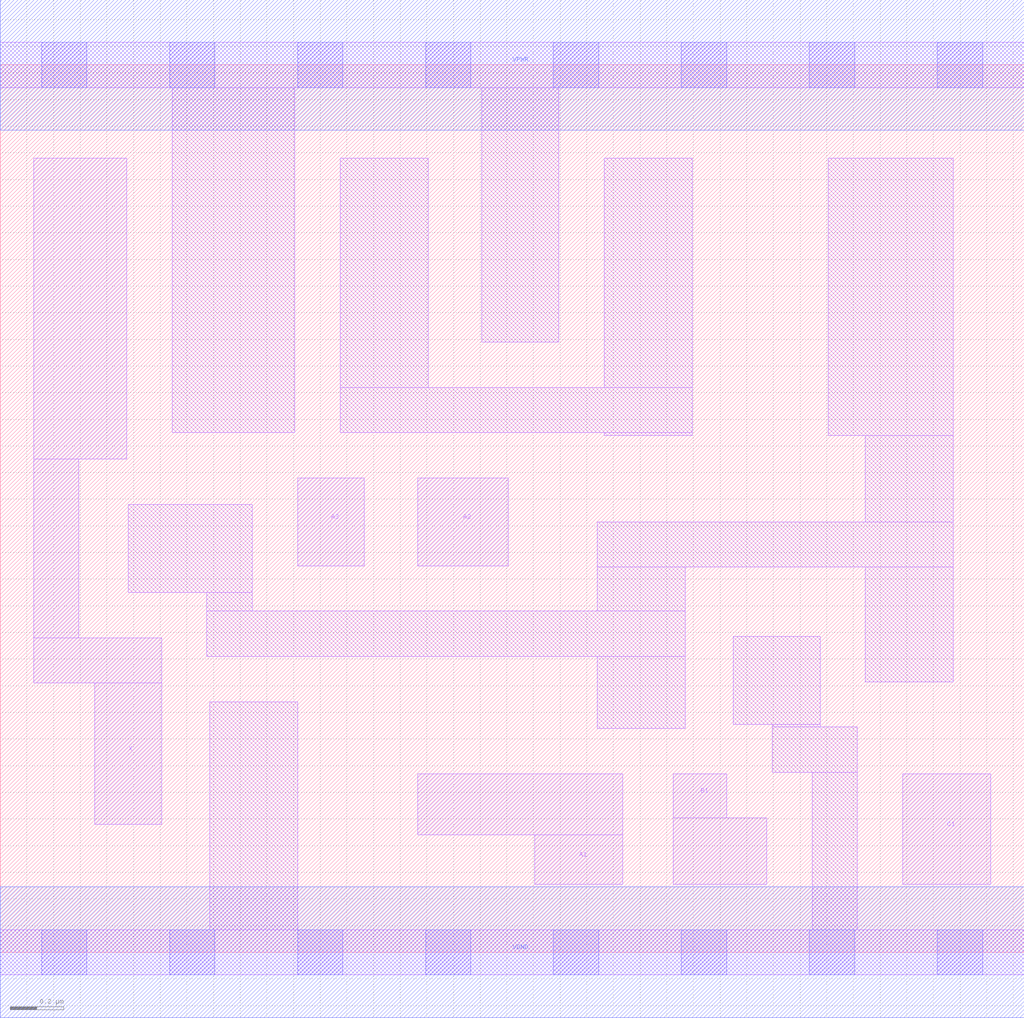
<source format=lef>
# Copyright 2020 The SkyWater PDK Authors
#
# Licensed under the Apache License, Version 2.0 (the "License");
# you may not use this file except in compliance with the License.
# You may obtain a copy of the License at
#
#     https://www.apache.org/licenses/LICENSE-2.0
#
# Unless required by applicable law or agreed to in writing, software
# distributed under the License is distributed on an "AS IS" BASIS,
# WITHOUT WARRANTIES OR CONDITIONS OF ANY KIND, either express or implied.
# See the License for the specific language governing permissions and
# limitations under the License.
#
# SPDX-License-Identifier: Apache-2.0

VERSION 5.5 ;
NAMESCASESENSITIVE ON ;
BUSBITCHARS "[]" ;
DIVIDERCHAR "/" ;
MACRO sky130_fd_sc_ls__a311o_1
  CLASS CORE ;
  SOURCE USER ;
  ORIGIN  0.000000  0.000000 ;
  SIZE  3.840000 BY  3.330000 ;
  SYMMETRY X Y ;
  SITE unit ;
  PIN A1
    ANTENNAGATEAREA  0.246000 ;
    DIRECTION INPUT ;
    USE SIGNAL ;
    PORT
      LAYER li1 ;
        RECT 1.565000 0.440000 2.335000 0.670000 ;
        RECT 2.005000 0.255000 2.335000 0.440000 ;
    END
  END A1
  PIN A2
    ANTENNAGATEAREA  0.246000 ;
    DIRECTION INPUT ;
    USE SIGNAL ;
    PORT
      LAYER li1 ;
        RECT 1.565000 1.450000 1.905000 1.780000 ;
    END
  END A2
  PIN A3
    ANTENNAGATEAREA  0.246000 ;
    DIRECTION INPUT ;
    USE SIGNAL ;
    PORT
      LAYER li1 ;
        RECT 1.115000 1.450000 1.365000 1.780000 ;
    END
  END A3
  PIN B1
    ANTENNAGATEAREA  0.246000 ;
    DIRECTION INPUT ;
    USE SIGNAL ;
    PORT
      LAYER li1 ;
        RECT 2.525000 0.255000 2.875000 0.505000 ;
        RECT 2.525000 0.505000 2.725000 0.670000 ;
    END
  END B1
  PIN C1
    ANTENNAGATEAREA  0.246000 ;
    DIRECTION INPUT ;
    USE SIGNAL ;
    PORT
      LAYER li1 ;
        RECT 3.385000 0.255000 3.715000 0.670000 ;
    END
  END C1
  PIN X
    ANTENNADIFFAREA  0.504100 ;
    DIRECTION OUTPUT ;
    USE SIGNAL ;
    PORT
      LAYER li1 ;
        RECT 0.125000 1.010000 0.605000 1.180000 ;
        RECT 0.125000 1.180000 0.295000 1.850000 ;
        RECT 0.125000 1.850000 0.475000 2.980000 ;
        RECT 0.355000 0.480000 0.605000 1.010000 ;
    END
  END X
  PIN VGND
    DIRECTION INOUT ;
    SHAPE ABUTMENT ;
    USE GROUND ;
    PORT
      LAYER met1 ;
        RECT 0.000000 -0.245000 3.840000 0.245000 ;
    END
  END VGND
  PIN VPWR
    DIRECTION INOUT ;
    SHAPE ABUTMENT ;
    USE POWER ;
    PORT
      LAYER met1 ;
        RECT 0.000000 3.085000 3.840000 3.575000 ;
    END
  END VPWR
  OBS
    LAYER li1 ;
      RECT 0.000000 -0.085000 3.840000 0.085000 ;
      RECT 0.000000  3.245000 3.840000 3.415000 ;
      RECT 0.480000  1.350000 0.945000 1.680000 ;
      RECT 0.645000  1.950000 1.105000 3.245000 ;
      RECT 0.775000  1.110000 2.570000 1.280000 ;
      RECT 0.775000  1.280000 0.945000 1.350000 ;
      RECT 0.785000  0.085000 1.115000 0.940000 ;
      RECT 1.275000  1.950000 2.595000 2.120000 ;
      RECT 1.275000  2.120000 1.605000 2.980000 ;
      RECT 1.805000  2.290000 2.095000 3.245000 ;
      RECT 2.240000  0.840000 2.570000 1.110000 ;
      RECT 2.240000  1.280000 2.570000 1.445000 ;
      RECT 2.240000  1.445000 3.575000 1.615000 ;
      RECT 2.265000  1.940000 2.595000 1.950000 ;
      RECT 2.265000  2.120000 2.595000 2.980000 ;
      RECT 2.750000  0.855000 3.075000 1.185000 ;
      RECT 2.895000  0.675000 3.215000 0.845000 ;
      RECT 2.895000  0.845000 3.075000 0.855000 ;
      RECT 3.045000  0.085000 3.215000 0.675000 ;
      RECT 3.105000  1.940000 3.575000 2.980000 ;
      RECT 3.245000  1.015000 3.575000 1.445000 ;
      RECT 3.245000  1.615000 3.575000 1.940000 ;
    LAYER mcon ;
      RECT 0.155000 -0.085000 0.325000 0.085000 ;
      RECT 0.155000  3.245000 0.325000 3.415000 ;
      RECT 0.635000 -0.085000 0.805000 0.085000 ;
      RECT 0.635000  3.245000 0.805000 3.415000 ;
      RECT 1.115000 -0.085000 1.285000 0.085000 ;
      RECT 1.115000  3.245000 1.285000 3.415000 ;
      RECT 1.595000 -0.085000 1.765000 0.085000 ;
      RECT 1.595000  3.245000 1.765000 3.415000 ;
      RECT 2.075000 -0.085000 2.245000 0.085000 ;
      RECT 2.075000  3.245000 2.245000 3.415000 ;
      RECT 2.555000 -0.085000 2.725000 0.085000 ;
      RECT 2.555000  3.245000 2.725000 3.415000 ;
      RECT 3.035000 -0.085000 3.205000 0.085000 ;
      RECT 3.035000  3.245000 3.205000 3.415000 ;
      RECT 3.515000 -0.085000 3.685000 0.085000 ;
      RECT 3.515000  3.245000 3.685000 3.415000 ;
  END
END sky130_fd_sc_ls__a311o_1
END LIBRARY

</source>
